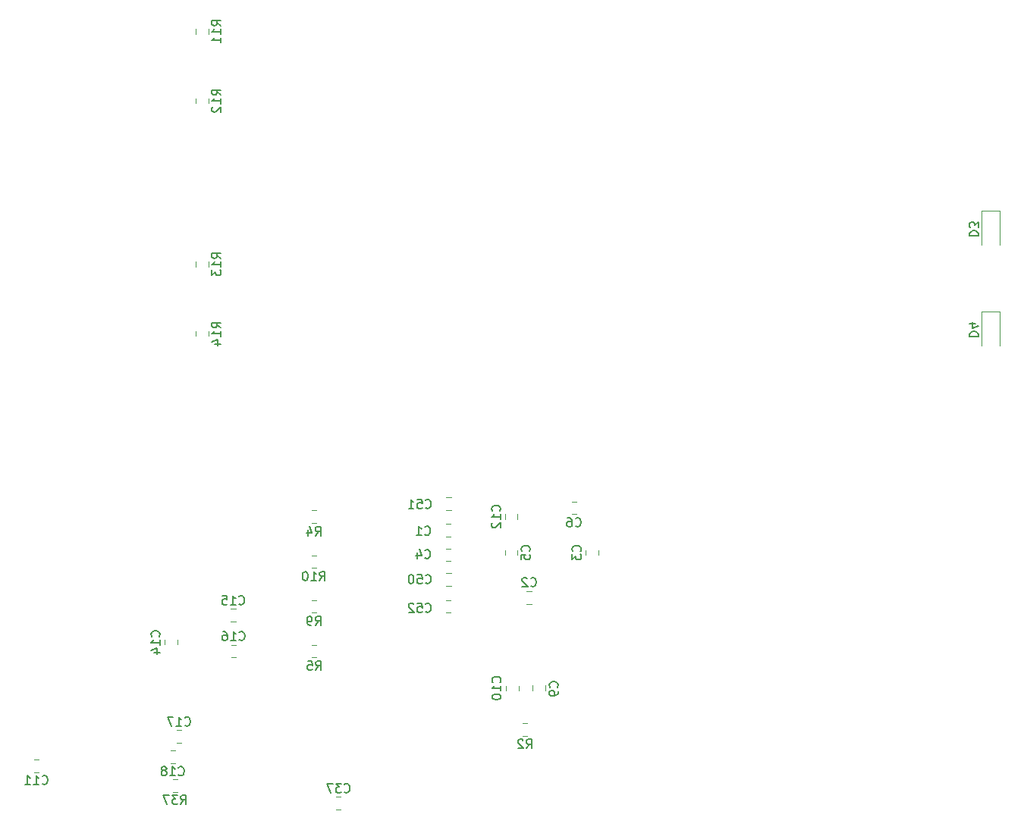
<source format=gbr>
G04 #@! TF.GenerationSoftware,KiCad,Pcbnew,(5.99.0-1662-g9db296991)*
G04 #@! TF.CreationDate,2020-05-30T17:55:14+05:30*
G04 #@! TF.ProjectId,UI,55492e6b-6963-4616-945f-706362585858,rev?*
G04 #@! TF.SameCoordinates,Original*
G04 #@! TF.FileFunction,Legend,Bot*
G04 #@! TF.FilePolarity,Positive*
%FSLAX46Y46*%
G04 Gerber Fmt 4.6, Leading zero omitted, Abs format (unit mm)*
G04 Created by KiCad (PCBNEW (5.99.0-1662-g9db296991)) date 2020-05-30 17:55:14*
%MOMM*%
%LPD*%
G01*
G04 APERTURE LIST*
%ADD10C,0.150000*%
%ADD11C,0.120000*%
G04 APERTURE END LIST*
D10*
X36602380Y-55882142D02*
X36126190Y-55548809D01*
X36602380Y-55310714D02*
X35602380Y-55310714D01*
X35602380Y-55691666D01*
X35650000Y-55786904D01*
X35697619Y-55834523D01*
X35792857Y-55882142D01*
X35935714Y-55882142D01*
X36030952Y-55834523D01*
X36078571Y-55786904D01*
X36126190Y-55691666D01*
X36126190Y-55310714D01*
X36602380Y-56834523D02*
X36602380Y-56263095D01*
X36602380Y-56548809D02*
X35602380Y-56548809D01*
X35745238Y-56453571D01*
X35840476Y-56358333D01*
X35888095Y-56263095D01*
X35935714Y-57691666D02*
X36602380Y-57691666D01*
X35554761Y-57453571D02*
X36269047Y-57215476D01*
X36269047Y-57834523D01*
X36602380Y-48132142D02*
X36126190Y-47798809D01*
X36602380Y-47560714D02*
X35602380Y-47560714D01*
X35602380Y-47941666D01*
X35650000Y-48036904D01*
X35697619Y-48084523D01*
X35792857Y-48132142D01*
X35935714Y-48132142D01*
X36030952Y-48084523D01*
X36078571Y-48036904D01*
X36126190Y-47941666D01*
X36126190Y-47560714D01*
X36602380Y-49084523D02*
X36602380Y-48513095D01*
X36602380Y-48798809D02*
X35602380Y-48798809D01*
X35745238Y-48703571D01*
X35840476Y-48608333D01*
X35888095Y-48513095D01*
X35602380Y-49417857D02*
X35602380Y-50036904D01*
X35983333Y-49703571D01*
X35983333Y-49846428D01*
X36030952Y-49941666D01*
X36078571Y-49989285D01*
X36173809Y-50036904D01*
X36411904Y-50036904D01*
X36507142Y-49989285D01*
X36554761Y-49941666D01*
X36602380Y-49846428D01*
X36602380Y-49560714D01*
X36554761Y-49465476D01*
X36507142Y-49417857D01*
X36602380Y-29882142D02*
X36126190Y-29548809D01*
X36602380Y-29310714D02*
X35602380Y-29310714D01*
X35602380Y-29691666D01*
X35650000Y-29786904D01*
X35697619Y-29834523D01*
X35792857Y-29882142D01*
X35935714Y-29882142D01*
X36030952Y-29834523D01*
X36078571Y-29786904D01*
X36126190Y-29691666D01*
X36126190Y-29310714D01*
X36602380Y-30834523D02*
X36602380Y-30263095D01*
X36602380Y-30548809D02*
X35602380Y-30548809D01*
X35745238Y-30453571D01*
X35840476Y-30358333D01*
X35888095Y-30263095D01*
X35697619Y-31215476D02*
X35650000Y-31263095D01*
X35602380Y-31358333D01*
X35602380Y-31596428D01*
X35650000Y-31691666D01*
X35697619Y-31739285D01*
X35792857Y-31786904D01*
X35888095Y-31786904D01*
X36030952Y-31739285D01*
X36602380Y-31167857D01*
X36602380Y-31786904D01*
X36602380Y-22132142D02*
X36126190Y-21798809D01*
X36602380Y-21560714D02*
X35602380Y-21560714D01*
X35602380Y-21941666D01*
X35650000Y-22036904D01*
X35697619Y-22084523D01*
X35792857Y-22132142D01*
X35935714Y-22132142D01*
X36030952Y-22084523D01*
X36078571Y-22036904D01*
X36126190Y-21941666D01*
X36126190Y-21560714D01*
X36602380Y-23084523D02*
X36602380Y-22513095D01*
X36602380Y-22798809D02*
X35602380Y-22798809D01*
X35745238Y-22703571D01*
X35840476Y-22608333D01*
X35888095Y-22513095D01*
X36602380Y-24036904D02*
X36602380Y-23465476D01*
X36602380Y-23751190D02*
X35602380Y-23751190D01*
X35745238Y-23655952D01*
X35840476Y-23560714D01*
X35888095Y-23465476D01*
X32117857Y-109102380D02*
X32451190Y-108626190D01*
X32689285Y-109102380D02*
X32689285Y-108102380D01*
X32308333Y-108102380D01*
X32213095Y-108150000D01*
X32165476Y-108197619D01*
X32117857Y-108292857D01*
X32117857Y-108435714D01*
X32165476Y-108530952D01*
X32213095Y-108578571D01*
X32308333Y-108626190D01*
X32689285Y-108626190D01*
X31784523Y-108102380D02*
X31165476Y-108102380D01*
X31498809Y-108483333D01*
X31355952Y-108483333D01*
X31260714Y-108530952D01*
X31213095Y-108578571D01*
X31165476Y-108673809D01*
X31165476Y-108911904D01*
X31213095Y-109007142D01*
X31260714Y-109054761D01*
X31355952Y-109102380D01*
X31641666Y-109102380D01*
X31736904Y-109054761D01*
X31784523Y-109007142D01*
X30832142Y-108102380D02*
X30165476Y-108102380D01*
X30594047Y-109102380D01*
X47617857Y-84102380D02*
X47951190Y-83626190D01*
X48189285Y-84102380D02*
X48189285Y-83102380D01*
X47808333Y-83102380D01*
X47713095Y-83150000D01*
X47665476Y-83197619D01*
X47617857Y-83292857D01*
X47617857Y-83435714D01*
X47665476Y-83530952D01*
X47713095Y-83578571D01*
X47808333Y-83626190D01*
X48189285Y-83626190D01*
X46665476Y-84102380D02*
X47236904Y-84102380D01*
X46951190Y-84102380D02*
X46951190Y-83102380D01*
X47046428Y-83245238D01*
X47141666Y-83340476D01*
X47236904Y-83388095D01*
X46046428Y-83102380D02*
X45951190Y-83102380D01*
X45855952Y-83150000D01*
X45808333Y-83197619D01*
X45760714Y-83292857D01*
X45713095Y-83483333D01*
X45713095Y-83721428D01*
X45760714Y-83911904D01*
X45808333Y-84007142D01*
X45855952Y-84054761D01*
X45951190Y-84102380D01*
X46046428Y-84102380D01*
X46141666Y-84054761D01*
X46189285Y-84007142D01*
X46236904Y-83911904D01*
X46284523Y-83721428D01*
X46284523Y-83483333D01*
X46236904Y-83292857D01*
X46189285Y-83197619D01*
X46141666Y-83150000D01*
X46046428Y-83102380D01*
X47141666Y-89102380D02*
X47475000Y-88626190D01*
X47713095Y-89102380D02*
X47713095Y-88102380D01*
X47332142Y-88102380D01*
X47236904Y-88150000D01*
X47189285Y-88197619D01*
X47141666Y-88292857D01*
X47141666Y-88435714D01*
X47189285Y-88530952D01*
X47236904Y-88578571D01*
X47332142Y-88626190D01*
X47713095Y-88626190D01*
X46665476Y-89102380D02*
X46475000Y-89102380D01*
X46379761Y-89054761D01*
X46332142Y-89007142D01*
X46236904Y-88864285D01*
X46189285Y-88673809D01*
X46189285Y-88292857D01*
X46236904Y-88197619D01*
X46284523Y-88150000D01*
X46379761Y-88102380D01*
X46570238Y-88102380D01*
X46665476Y-88150000D01*
X46713095Y-88197619D01*
X46760714Y-88292857D01*
X46760714Y-88530952D01*
X46713095Y-88626190D01*
X46665476Y-88673809D01*
X46570238Y-88721428D01*
X46379761Y-88721428D01*
X46284523Y-88673809D01*
X46236904Y-88626190D01*
X46189285Y-88530952D01*
X47191666Y-94102380D02*
X47525000Y-93626190D01*
X47763095Y-94102380D02*
X47763095Y-93102380D01*
X47382142Y-93102380D01*
X47286904Y-93150000D01*
X47239285Y-93197619D01*
X47191666Y-93292857D01*
X47191666Y-93435714D01*
X47239285Y-93530952D01*
X47286904Y-93578571D01*
X47382142Y-93626190D01*
X47763095Y-93626190D01*
X46286904Y-93102380D02*
X46763095Y-93102380D01*
X46810714Y-93578571D01*
X46763095Y-93530952D01*
X46667857Y-93483333D01*
X46429761Y-93483333D01*
X46334523Y-93530952D01*
X46286904Y-93578571D01*
X46239285Y-93673809D01*
X46239285Y-93911904D01*
X46286904Y-94007142D01*
X46334523Y-94054761D01*
X46429761Y-94102380D01*
X46667857Y-94102380D01*
X46763095Y-94054761D01*
X46810714Y-94007142D01*
X47141666Y-79102380D02*
X47475000Y-78626190D01*
X47713095Y-79102380D02*
X47713095Y-78102380D01*
X47332142Y-78102380D01*
X47236904Y-78150000D01*
X47189285Y-78197619D01*
X47141666Y-78292857D01*
X47141666Y-78435714D01*
X47189285Y-78530952D01*
X47236904Y-78578571D01*
X47332142Y-78626190D01*
X47713095Y-78626190D01*
X46284523Y-78435714D02*
X46284523Y-79102380D01*
X46522619Y-78054761D02*
X46760714Y-78769047D01*
X46141666Y-78769047D01*
X70691666Y-102852380D02*
X71025000Y-102376190D01*
X71263095Y-102852380D02*
X71263095Y-101852380D01*
X70882142Y-101852380D01*
X70786904Y-101900000D01*
X70739285Y-101947619D01*
X70691666Y-102042857D01*
X70691666Y-102185714D01*
X70739285Y-102280952D01*
X70786904Y-102328571D01*
X70882142Y-102376190D01*
X71263095Y-102376190D01*
X70310714Y-101947619D02*
X70263095Y-101900000D01*
X70167857Y-101852380D01*
X69929761Y-101852380D01*
X69834523Y-101900000D01*
X69786904Y-101947619D01*
X69739285Y-102042857D01*
X69739285Y-102138095D01*
X69786904Y-102280952D01*
X70358333Y-102852380D01*
X69739285Y-102852380D01*
X120142619Y-56861095D02*
X121142619Y-56861095D01*
X121142619Y-56623000D01*
X121095000Y-56480142D01*
X120999761Y-56384904D01*
X120904523Y-56337285D01*
X120714047Y-56289666D01*
X120571190Y-56289666D01*
X120380714Y-56337285D01*
X120285476Y-56384904D01*
X120190238Y-56480142D01*
X120142619Y-56623000D01*
X120142619Y-56861095D01*
X120809285Y-55432523D02*
X120142619Y-55432523D01*
X121190238Y-55670619D02*
X120475952Y-55908714D01*
X120475952Y-55289666D01*
X120142619Y-45611095D02*
X121142619Y-45611095D01*
X121142619Y-45373000D01*
X121095000Y-45230142D01*
X120999761Y-45134904D01*
X120904523Y-45087285D01*
X120714047Y-45039666D01*
X120571190Y-45039666D01*
X120380714Y-45087285D01*
X120285476Y-45134904D01*
X120190238Y-45230142D01*
X120142619Y-45373000D01*
X120142619Y-45611095D01*
X121142619Y-44706333D02*
X121142619Y-44087285D01*
X120761666Y-44420619D01*
X120761666Y-44277761D01*
X120714047Y-44182523D01*
X120666428Y-44134904D01*
X120571190Y-44087285D01*
X120333095Y-44087285D01*
X120237857Y-44134904D01*
X120190238Y-44182523D01*
X120142619Y-44277761D01*
X120142619Y-44563476D01*
X120190238Y-44658714D01*
X120237857Y-44706333D01*
X59442857Y-87557142D02*
X59490476Y-87604761D01*
X59633333Y-87652380D01*
X59728571Y-87652380D01*
X59871428Y-87604761D01*
X59966666Y-87509523D01*
X60014285Y-87414285D01*
X60061904Y-87223809D01*
X60061904Y-87080952D01*
X60014285Y-86890476D01*
X59966666Y-86795238D01*
X59871428Y-86700000D01*
X59728571Y-86652380D01*
X59633333Y-86652380D01*
X59490476Y-86700000D01*
X59442857Y-86747619D01*
X58538095Y-86652380D02*
X59014285Y-86652380D01*
X59061904Y-87128571D01*
X59014285Y-87080952D01*
X58919047Y-87033333D01*
X58680952Y-87033333D01*
X58585714Y-87080952D01*
X58538095Y-87128571D01*
X58490476Y-87223809D01*
X58490476Y-87461904D01*
X58538095Y-87557142D01*
X58585714Y-87604761D01*
X58680952Y-87652380D01*
X58919047Y-87652380D01*
X59014285Y-87604761D01*
X59061904Y-87557142D01*
X58109523Y-86747619D02*
X58061904Y-86700000D01*
X57966666Y-86652380D01*
X57728571Y-86652380D01*
X57633333Y-86700000D01*
X57585714Y-86747619D01*
X57538095Y-86842857D01*
X57538095Y-86938095D01*
X57585714Y-87080952D01*
X58157142Y-87652380D01*
X57538095Y-87652380D01*
X59442857Y-75957142D02*
X59490476Y-76004761D01*
X59633333Y-76052380D01*
X59728571Y-76052380D01*
X59871428Y-76004761D01*
X59966666Y-75909523D01*
X60014285Y-75814285D01*
X60061904Y-75623809D01*
X60061904Y-75480952D01*
X60014285Y-75290476D01*
X59966666Y-75195238D01*
X59871428Y-75100000D01*
X59728571Y-75052380D01*
X59633333Y-75052380D01*
X59490476Y-75100000D01*
X59442857Y-75147619D01*
X58538095Y-75052380D02*
X59014285Y-75052380D01*
X59061904Y-75528571D01*
X59014285Y-75480952D01*
X58919047Y-75433333D01*
X58680952Y-75433333D01*
X58585714Y-75480952D01*
X58538095Y-75528571D01*
X58490476Y-75623809D01*
X58490476Y-75861904D01*
X58538095Y-75957142D01*
X58585714Y-76004761D01*
X58680952Y-76052380D01*
X58919047Y-76052380D01*
X59014285Y-76004761D01*
X59061904Y-75957142D01*
X57538095Y-76052380D02*
X58109523Y-76052380D01*
X57823809Y-76052380D02*
X57823809Y-75052380D01*
X57919047Y-75195238D01*
X58014285Y-75290476D01*
X58109523Y-75338095D01*
X59442857Y-84357142D02*
X59490476Y-84404761D01*
X59633333Y-84452380D01*
X59728571Y-84452380D01*
X59871428Y-84404761D01*
X59966666Y-84309523D01*
X60014285Y-84214285D01*
X60061904Y-84023809D01*
X60061904Y-83880952D01*
X60014285Y-83690476D01*
X59966666Y-83595238D01*
X59871428Y-83500000D01*
X59728571Y-83452380D01*
X59633333Y-83452380D01*
X59490476Y-83500000D01*
X59442857Y-83547619D01*
X58538095Y-83452380D02*
X59014285Y-83452380D01*
X59061904Y-83928571D01*
X59014285Y-83880952D01*
X58919047Y-83833333D01*
X58680952Y-83833333D01*
X58585714Y-83880952D01*
X58538095Y-83928571D01*
X58490476Y-84023809D01*
X58490476Y-84261904D01*
X58538095Y-84357142D01*
X58585714Y-84404761D01*
X58680952Y-84452380D01*
X58919047Y-84452380D01*
X59014285Y-84404761D01*
X59061904Y-84357142D01*
X57871428Y-83452380D02*
X57776190Y-83452380D01*
X57680952Y-83500000D01*
X57633333Y-83547619D01*
X57585714Y-83642857D01*
X57538095Y-83833333D01*
X57538095Y-84071428D01*
X57585714Y-84261904D01*
X57633333Y-84357142D01*
X57680952Y-84404761D01*
X57776190Y-84452380D01*
X57871428Y-84452380D01*
X57966666Y-84404761D01*
X58014285Y-84357142D01*
X58061904Y-84261904D01*
X58109523Y-84071428D01*
X58109523Y-83833333D01*
X58061904Y-83642857D01*
X58014285Y-83547619D01*
X57966666Y-83500000D01*
X57871428Y-83452380D01*
X50367857Y-107707142D02*
X50415476Y-107754761D01*
X50558333Y-107802380D01*
X50653571Y-107802380D01*
X50796428Y-107754761D01*
X50891666Y-107659523D01*
X50939285Y-107564285D01*
X50986904Y-107373809D01*
X50986904Y-107230952D01*
X50939285Y-107040476D01*
X50891666Y-106945238D01*
X50796428Y-106850000D01*
X50653571Y-106802380D01*
X50558333Y-106802380D01*
X50415476Y-106850000D01*
X50367857Y-106897619D01*
X50034523Y-106802380D02*
X49415476Y-106802380D01*
X49748809Y-107183333D01*
X49605952Y-107183333D01*
X49510714Y-107230952D01*
X49463095Y-107278571D01*
X49415476Y-107373809D01*
X49415476Y-107611904D01*
X49463095Y-107707142D01*
X49510714Y-107754761D01*
X49605952Y-107802380D01*
X49891666Y-107802380D01*
X49986904Y-107754761D01*
X50034523Y-107707142D01*
X49082142Y-106802380D02*
X48415476Y-106802380D01*
X48844047Y-107802380D01*
X31867857Y-105807142D02*
X31915476Y-105854761D01*
X32058333Y-105902380D01*
X32153571Y-105902380D01*
X32296428Y-105854761D01*
X32391666Y-105759523D01*
X32439285Y-105664285D01*
X32486904Y-105473809D01*
X32486904Y-105330952D01*
X32439285Y-105140476D01*
X32391666Y-105045238D01*
X32296428Y-104950000D01*
X32153571Y-104902380D01*
X32058333Y-104902380D01*
X31915476Y-104950000D01*
X31867857Y-104997619D01*
X30915476Y-105902380D02*
X31486904Y-105902380D01*
X31201190Y-105902380D02*
X31201190Y-104902380D01*
X31296428Y-105045238D01*
X31391666Y-105140476D01*
X31486904Y-105188095D01*
X30344047Y-105330952D02*
X30439285Y-105283333D01*
X30486904Y-105235714D01*
X30534523Y-105140476D01*
X30534523Y-105092857D01*
X30486904Y-104997619D01*
X30439285Y-104950000D01*
X30344047Y-104902380D01*
X30153571Y-104902380D01*
X30058333Y-104950000D01*
X30010714Y-104997619D01*
X29963095Y-105092857D01*
X29963095Y-105140476D01*
X30010714Y-105235714D01*
X30058333Y-105283333D01*
X30153571Y-105330952D01*
X30344047Y-105330952D01*
X30439285Y-105378571D01*
X30486904Y-105426190D01*
X30534523Y-105521428D01*
X30534523Y-105711904D01*
X30486904Y-105807142D01*
X30439285Y-105854761D01*
X30344047Y-105902380D01*
X30153571Y-105902380D01*
X30058333Y-105854761D01*
X30010714Y-105807142D01*
X29963095Y-105711904D01*
X29963095Y-105521428D01*
X30010714Y-105426190D01*
X30058333Y-105378571D01*
X30153571Y-105330952D01*
X32567857Y-100257142D02*
X32615476Y-100304761D01*
X32758333Y-100352380D01*
X32853571Y-100352380D01*
X32996428Y-100304761D01*
X33091666Y-100209523D01*
X33139285Y-100114285D01*
X33186904Y-99923809D01*
X33186904Y-99780952D01*
X33139285Y-99590476D01*
X33091666Y-99495238D01*
X32996428Y-99400000D01*
X32853571Y-99352380D01*
X32758333Y-99352380D01*
X32615476Y-99400000D01*
X32567857Y-99447619D01*
X31615476Y-100352380D02*
X32186904Y-100352380D01*
X31901190Y-100352380D02*
X31901190Y-99352380D01*
X31996428Y-99495238D01*
X32091666Y-99590476D01*
X32186904Y-99638095D01*
X31282142Y-99352380D02*
X30615476Y-99352380D01*
X31044047Y-100352380D01*
X38642857Y-90707142D02*
X38690476Y-90754761D01*
X38833333Y-90802380D01*
X38928571Y-90802380D01*
X39071428Y-90754761D01*
X39166666Y-90659523D01*
X39214285Y-90564285D01*
X39261904Y-90373809D01*
X39261904Y-90230952D01*
X39214285Y-90040476D01*
X39166666Y-89945238D01*
X39071428Y-89850000D01*
X38928571Y-89802380D01*
X38833333Y-89802380D01*
X38690476Y-89850000D01*
X38642857Y-89897619D01*
X37690476Y-90802380D02*
X38261904Y-90802380D01*
X37976190Y-90802380D02*
X37976190Y-89802380D01*
X38071428Y-89945238D01*
X38166666Y-90040476D01*
X38261904Y-90088095D01*
X36833333Y-89802380D02*
X37023809Y-89802380D01*
X37119047Y-89850000D01*
X37166666Y-89897619D01*
X37261904Y-90040476D01*
X37309523Y-90230952D01*
X37309523Y-90611904D01*
X37261904Y-90707142D01*
X37214285Y-90754761D01*
X37119047Y-90802380D01*
X36928571Y-90802380D01*
X36833333Y-90754761D01*
X36785714Y-90707142D01*
X36738095Y-90611904D01*
X36738095Y-90373809D01*
X36785714Y-90278571D01*
X36833333Y-90230952D01*
X36928571Y-90183333D01*
X37119047Y-90183333D01*
X37214285Y-90230952D01*
X37261904Y-90278571D01*
X37309523Y-90373809D01*
X38617857Y-86707142D02*
X38665476Y-86754761D01*
X38808333Y-86802380D01*
X38903571Y-86802380D01*
X39046428Y-86754761D01*
X39141666Y-86659523D01*
X39189285Y-86564285D01*
X39236904Y-86373809D01*
X39236904Y-86230952D01*
X39189285Y-86040476D01*
X39141666Y-85945238D01*
X39046428Y-85850000D01*
X38903571Y-85802380D01*
X38808333Y-85802380D01*
X38665476Y-85850000D01*
X38617857Y-85897619D01*
X37665476Y-86802380D02*
X38236904Y-86802380D01*
X37951190Y-86802380D02*
X37951190Y-85802380D01*
X38046428Y-85945238D01*
X38141666Y-86040476D01*
X38236904Y-86088095D01*
X36760714Y-85802380D02*
X37236904Y-85802380D01*
X37284523Y-86278571D01*
X37236904Y-86230952D01*
X37141666Y-86183333D01*
X36903571Y-86183333D01*
X36808333Y-86230952D01*
X36760714Y-86278571D01*
X36713095Y-86373809D01*
X36713095Y-86611904D01*
X36760714Y-86707142D01*
X36808333Y-86754761D01*
X36903571Y-86802380D01*
X37141666Y-86802380D01*
X37236904Y-86754761D01*
X37284523Y-86707142D01*
X29707142Y-90357142D02*
X29754761Y-90309523D01*
X29802380Y-90166666D01*
X29802380Y-90071428D01*
X29754761Y-89928571D01*
X29659523Y-89833333D01*
X29564285Y-89785714D01*
X29373809Y-89738095D01*
X29230952Y-89738095D01*
X29040476Y-89785714D01*
X28945238Y-89833333D01*
X28850000Y-89928571D01*
X28802380Y-90071428D01*
X28802380Y-90166666D01*
X28850000Y-90309523D01*
X28897619Y-90357142D01*
X29802380Y-91309523D02*
X29802380Y-90738095D01*
X29802380Y-91023809D02*
X28802380Y-91023809D01*
X28945238Y-90928571D01*
X29040476Y-90833333D01*
X29088095Y-90738095D01*
X29135714Y-92166666D02*
X29802380Y-92166666D01*
X28754761Y-91928571D02*
X29469047Y-91690476D01*
X29469047Y-92309523D01*
X67707142Y-76332142D02*
X67754761Y-76284523D01*
X67802380Y-76141666D01*
X67802380Y-76046428D01*
X67754761Y-75903571D01*
X67659523Y-75808333D01*
X67564285Y-75760714D01*
X67373809Y-75713095D01*
X67230952Y-75713095D01*
X67040476Y-75760714D01*
X66945238Y-75808333D01*
X66850000Y-75903571D01*
X66802380Y-76046428D01*
X66802380Y-76141666D01*
X66850000Y-76284523D01*
X66897619Y-76332142D01*
X67802380Y-77284523D02*
X67802380Y-76713095D01*
X67802380Y-76998809D02*
X66802380Y-76998809D01*
X66945238Y-76903571D01*
X67040476Y-76808333D01*
X67088095Y-76713095D01*
X66897619Y-77665476D02*
X66850000Y-77713095D01*
X66802380Y-77808333D01*
X66802380Y-78046428D01*
X66850000Y-78141666D01*
X66897619Y-78189285D01*
X66992857Y-78236904D01*
X67088095Y-78236904D01*
X67230952Y-78189285D01*
X67802380Y-77617857D01*
X67802380Y-78236904D01*
X16642857Y-106807142D02*
X16690476Y-106854761D01*
X16833333Y-106902380D01*
X16928571Y-106902380D01*
X17071428Y-106854761D01*
X17166666Y-106759523D01*
X17214285Y-106664285D01*
X17261904Y-106473809D01*
X17261904Y-106330952D01*
X17214285Y-106140476D01*
X17166666Y-106045238D01*
X17071428Y-105950000D01*
X16928571Y-105902380D01*
X16833333Y-105902380D01*
X16690476Y-105950000D01*
X16642857Y-105997619D01*
X15690476Y-106902380D02*
X16261904Y-106902380D01*
X15976190Y-106902380D02*
X15976190Y-105902380D01*
X16071428Y-106045238D01*
X16166666Y-106140476D01*
X16261904Y-106188095D01*
X14738095Y-106902380D02*
X15309523Y-106902380D01*
X15023809Y-106902380D02*
X15023809Y-105902380D01*
X15119047Y-106045238D01*
X15214285Y-106140476D01*
X15309523Y-106188095D01*
X67757142Y-95482142D02*
X67804761Y-95434523D01*
X67852380Y-95291666D01*
X67852380Y-95196428D01*
X67804761Y-95053571D01*
X67709523Y-94958333D01*
X67614285Y-94910714D01*
X67423809Y-94863095D01*
X67280952Y-94863095D01*
X67090476Y-94910714D01*
X66995238Y-94958333D01*
X66900000Y-95053571D01*
X66852380Y-95196428D01*
X66852380Y-95291666D01*
X66900000Y-95434523D01*
X66947619Y-95482142D01*
X67852380Y-96434523D02*
X67852380Y-95863095D01*
X67852380Y-96148809D02*
X66852380Y-96148809D01*
X66995238Y-96053571D01*
X67090476Y-95958333D01*
X67138095Y-95863095D01*
X66852380Y-97053571D02*
X66852380Y-97148809D01*
X66900000Y-97244047D01*
X66947619Y-97291666D01*
X67042857Y-97339285D01*
X67233333Y-97386904D01*
X67471428Y-97386904D01*
X67661904Y-97339285D01*
X67757142Y-97291666D01*
X67804761Y-97244047D01*
X67852380Y-97148809D01*
X67852380Y-97053571D01*
X67804761Y-96958333D01*
X67757142Y-96910714D01*
X67661904Y-96863095D01*
X67471428Y-96815476D01*
X67233333Y-96815476D01*
X67042857Y-96863095D01*
X66947619Y-96910714D01*
X66900000Y-96958333D01*
X66852380Y-97053571D01*
X74157142Y-96033333D02*
X74204761Y-95985714D01*
X74252380Y-95842857D01*
X74252380Y-95747619D01*
X74204761Y-95604761D01*
X74109523Y-95509523D01*
X74014285Y-95461904D01*
X73823809Y-95414285D01*
X73680952Y-95414285D01*
X73490476Y-95461904D01*
X73395238Y-95509523D01*
X73300000Y-95604761D01*
X73252380Y-95747619D01*
X73252380Y-95842857D01*
X73300000Y-95985714D01*
X73347619Y-96033333D01*
X74252380Y-96509523D02*
X74252380Y-96700000D01*
X74204761Y-96795238D01*
X74157142Y-96842857D01*
X74014285Y-96938095D01*
X73823809Y-96985714D01*
X73442857Y-96985714D01*
X73347619Y-96938095D01*
X73300000Y-96890476D01*
X73252380Y-96795238D01*
X73252380Y-96604761D01*
X73300000Y-96509523D01*
X73347619Y-96461904D01*
X73442857Y-96414285D01*
X73680952Y-96414285D01*
X73776190Y-96461904D01*
X73823809Y-96509523D01*
X73871428Y-96604761D01*
X73871428Y-96795238D01*
X73823809Y-96890476D01*
X73776190Y-96938095D01*
X73680952Y-96985714D01*
X76166666Y-78007142D02*
X76214285Y-78054761D01*
X76357142Y-78102380D01*
X76452380Y-78102380D01*
X76595238Y-78054761D01*
X76690476Y-77959523D01*
X76738095Y-77864285D01*
X76785714Y-77673809D01*
X76785714Y-77530952D01*
X76738095Y-77340476D01*
X76690476Y-77245238D01*
X76595238Y-77150000D01*
X76452380Y-77102380D01*
X76357142Y-77102380D01*
X76214285Y-77150000D01*
X76166666Y-77197619D01*
X75309523Y-77102380D02*
X75500000Y-77102380D01*
X75595238Y-77150000D01*
X75642857Y-77197619D01*
X75738095Y-77340476D01*
X75785714Y-77530952D01*
X75785714Y-77911904D01*
X75738095Y-78007142D01*
X75690476Y-78054761D01*
X75595238Y-78102380D01*
X75404761Y-78102380D01*
X75309523Y-78054761D01*
X75261904Y-78007142D01*
X75214285Y-77911904D01*
X75214285Y-77673809D01*
X75261904Y-77578571D01*
X75309523Y-77530952D01*
X75404761Y-77483333D01*
X75595238Y-77483333D01*
X75690476Y-77530952D01*
X75738095Y-77578571D01*
X75785714Y-77673809D01*
X71007142Y-80833333D02*
X71054761Y-80785714D01*
X71102380Y-80642857D01*
X71102380Y-80547619D01*
X71054761Y-80404761D01*
X70959523Y-80309523D01*
X70864285Y-80261904D01*
X70673809Y-80214285D01*
X70530952Y-80214285D01*
X70340476Y-80261904D01*
X70245238Y-80309523D01*
X70150000Y-80404761D01*
X70102380Y-80547619D01*
X70102380Y-80642857D01*
X70150000Y-80785714D01*
X70197619Y-80833333D01*
X70102380Y-81738095D02*
X70102380Y-81261904D01*
X70578571Y-81214285D01*
X70530952Y-81261904D01*
X70483333Y-81357142D01*
X70483333Y-81595238D01*
X70530952Y-81690476D01*
X70578571Y-81738095D01*
X70673809Y-81785714D01*
X70911904Y-81785714D01*
X71007142Y-81738095D01*
X71054761Y-81690476D01*
X71102380Y-81595238D01*
X71102380Y-81357142D01*
X71054761Y-81261904D01*
X71007142Y-81214285D01*
X59366666Y-81557142D02*
X59414285Y-81604761D01*
X59557142Y-81652380D01*
X59652380Y-81652380D01*
X59795238Y-81604761D01*
X59890476Y-81509523D01*
X59938095Y-81414285D01*
X59985714Y-81223809D01*
X59985714Y-81080952D01*
X59938095Y-80890476D01*
X59890476Y-80795238D01*
X59795238Y-80700000D01*
X59652380Y-80652380D01*
X59557142Y-80652380D01*
X59414285Y-80700000D01*
X59366666Y-80747619D01*
X58509523Y-80985714D02*
X58509523Y-81652380D01*
X58747619Y-80604761D02*
X58985714Y-81319047D01*
X58366666Y-81319047D01*
X76707142Y-80833333D02*
X76754761Y-80785714D01*
X76802380Y-80642857D01*
X76802380Y-80547619D01*
X76754761Y-80404761D01*
X76659523Y-80309523D01*
X76564285Y-80261904D01*
X76373809Y-80214285D01*
X76230952Y-80214285D01*
X76040476Y-80261904D01*
X75945238Y-80309523D01*
X75850000Y-80404761D01*
X75802380Y-80547619D01*
X75802380Y-80642857D01*
X75850000Y-80785714D01*
X75897619Y-80833333D01*
X75802380Y-81166666D02*
X75802380Y-81785714D01*
X76183333Y-81452380D01*
X76183333Y-81595238D01*
X76230952Y-81690476D01*
X76278571Y-81738095D01*
X76373809Y-81785714D01*
X76611904Y-81785714D01*
X76707142Y-81738095D01*
X76754761Y-81690476D01*
X76802380Y-81595238D01*
X76802380Y-81309523D01*
X76754761Y-81214285D01*
X76707142Y-81166666D01*
X71166666Y-84707142D02*
X71214285Y-84754761D01*
X71357142Y-84802380D01*
X71452380Y-84802380D01*
X71595238Y-84754761D01*
X71690476Y-84659523D01*
X71738095Y-84564285D01*
X71785714Y-84373809D01*
X71785714Y-84230952D01*
X71738095Y-84040476D01*
X71690476Y-83945238D01*
X71595238Y-83850000D01*
X71452380Y-83802380D01*
X71357142Y-83802380D01*
X71214285Y-83850000D01*
X71166666Y-83897619D01*
X70785714Y-83897619D02*
X70738095Y-83850000D01*
X70642857Y-83802380D01*
X70404761Y-83802380D01*
X70309523Y-83850000D01*
X70261904Y-83897619D01*
X70214285Y-83992857D01*
X70214285Y-84088095D01*
X70261904Y-84230952D01*
X70833333Y-84802380D01*
X70214285Y-84802380D01*
X59366666Y-78957142D02*
X59414285Y-79004761D01*
X59557142Y-79052380D01*
X59652380Y-79052380D01*
X59795238Y-79004761D01*
X59890476Y-78909523D01*
X59938095Y-78814285D01*
X59985714Y-78623809D01*
X59985714Y-78480952D01*
X59938095Y-78290476D01*
X59890476Y-78195238D01*
X59795238Y-78100000D01*
X59652380Y-78052380D01*
X59557142Y-78052380D01*
X59414285Y-78100000D01*
X59366666Y-78147619D01*
X58414285Y-79052380D02*
X58985714Y-79052380D01*
X58700000Y-79052380D02*
X58700000Y-78052380D01*
X58795238Y-78195238D01*
X58890476Y-78290476D01*
X58985714Y-78338095D01*
D11*
X33790000Y-56786252D02*
X33790000Y-56263748D01*
X35210000Y-56786252D02*
X35210000Y-56263748D01*
X33790000Y-49036252D02*
X33790000Y-48513748D01*
X35210000Y-49036252D02*
X35210000Y-48513748D01*
X33790000Y-30786252D02*
X33790000Y-30263748D01*
X35210000Y-30786252D02*
X35210000Y-30263748D01*
X33790000Y-23036252D02*
X33790000Y-22513748D01*
X35210000Y-23036252D02*
X35210000Y-22513748D01*
X31213748Y-106290000D02*
X31736252Y-106290000D01*
X31213748Y-107710000D02*
X31736252Y-107710000D01*
X46713748Y-81290000D02*
X47236252Y-81290000D01*
X46713748Y-82710000D02*
X47236252Y-82710000D01*
X46713748Y-86290000D02*
X47236252Y-86290000D01*
X46713748Y-87710000D02*
X47236252Y-87710000D01*
X46763748Y-91290000D02*
X47286252Y-91290000D01*
X46763748Y-92710000D02*
X47286252Y-92710000D01*
X46713748Y-76290000D02*
X47236252Y-76290000D01*
X46713748Y-77710000D02*
X47236252Y-77710000D01*
X70263748Y-100040000D02*
X70786252Y-100040000D01*
X70263748Y-101460000D02*
X70786252Y-101460000D01*
X121500000Y-54050000D02*
X121500000Y-57900000D01*
X123500000Y-54050000D02*
X123500000Y-57900000D01*
X121500000Y-54050000D02*
X123500000Y-54050000D01*
X121500000Y-42800000D02*
X121500000Y-46650000D01*
X123500000Y-42800000D02*
X123500000Y-46650000D01*
X121500000Y-42800000D02*
X123500000Y-42800000D01*
X62236252Y-87710000D02*
X61713748Y-87710000D01*
X62236252Y-86290000D02*
X61713748Y-86290000D01*
X62286252Y-76210000D02*
X61763748Y-76210000D01*
X62286252Y-74790000D02*
X61763748Y-74790000D01*
X62286252Y-84710000D02*
X61763748Y-84710000D01*
X62286252Y-83290000D02*
X61763748Y-83290000D01*
X49986252Y-109710000D02*
X49463748Y-109710000D01*
X49986252Y-108290000D02*
X49463748Y-108290000D01*
X30963748Y-103090000D02*
X31486252Y-103090000D01*
X30963748Y-104510000D02*
X31486252Y-104510000D01*
X32186252Y-102260000D02*
X31663748Y-102260000D01*
X32186252Y-100840000D02*
X31663748Y-100840000D01*
X38261252Y-92710000D02*
X37738748Y-92710000D01*
X38261252Y-91290000D02*
X37738748Y-91290000D01*
X38236252Y-88710000D02*
X37713748Y-88710000D01*
X38236252Y-87290000D02*
X37713748Y-87290000D01*
X31710000Y-90738748D02*
X31710000Y-91261252D01*
X30290000Y-90738748D02*
X30290000Y-91261252D01*
X69710000Y-76713748D02*
X69710000Y-77236252D01*
X68290000Y-76713748D02*
X68290000Y-77236252D01*
X15738748Y-104090000D02*
X16261252Y-104090000D01*
X15738748Y-105510000D02*
X16261252Y-105510000D01*
X68390000Y-96386252D02*
X68390000Y-95863748D01*
X69810000Y-96386252D02*
X69810000Y-95863748D01*
X72810000Y-95838748D02*
X72810000Y-96361252D01*
X71390000Y-95838748D02*
X71390000Y-96361252D01*
X75738748Y-75290000D02*
X76261252Y-75290000D01*
X75738748Y-76710000D02*
X76261252Y-76710000D01*
X68290000Y-81261252D02*
X68290000Y-80738748D01*
X69710000Y-81261252D02*
X69710000Y-80738748D01*
X62261252Y-81960000D02*
X61738748Y-81960000D01*
X62261252Y-80540000D02*
X61738748Y-80540000D01*
X78710000Y-80738748D02*
X78710000Y-81261252D01*
X77290000Y-80738748D02*
X77290000Y-81261252D01*
X71261252Y-86710000D02*
X70738748Y-86710000D01*
X71261252Y-85290000D02*
X70738748Y-85290000D01*
X62261252Y-79210000D02*
X61738748Y-79210000D01*
X62261252Y-77790000D02*
X61738748Y-77790000D01*
M02*

</source>
